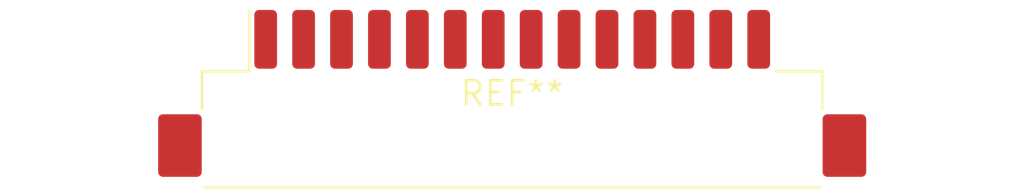
<source format=kicad_pcb>
(kicad_pcb (version 20240108) (generator pcbnew)
  (layers (0 "F.Cu" signal) (31 "B.Cu" signal) (34 "B.Paste" user) (35 "F.Paste" user) (36 "B.SilkS" user "B.Silkscreen") (37 "F.SilkS" user "F.Silkscreen") (38 "B.Mask" user) (39 "F.Mask" user) (44 "Edge.Cuts" user))
  (net 0 "")
  (footprint "Hirose_DF3EA-14P-2H_1x14-1MP_P2.00mm_Horizontal" (layer "F.Cu") (at 0 0)
    (property "Reference" "REF**")
    (property "Value" "Hirose_DF3EA-14P-2H_1x14-1MP_P2.00mm_Horizontal")
    (fp_line (start -16.36 -1.16) (end -13.86 -1.16) (layer "F.SilkS") (stroke (width 0.12)))
    (fp_line (start -16.36 0.84) (end -16.36 -1.16) (layer "F.SilkS") (stroke (width 0.12)))
    (fp_line (start -16.25 4.96) (end 16.25 4.96) (layer "F.SilkS") (stroke (width 0.12)))
    (fp_line (start -13.86 -1.16) (end -13.86 -4.4) (layer "F.SilkS") (stroke (width 0.12)))
    (fp_line (start 16.36 -1.16) (end 13.86 -1.16) (layer "F.SilkS") (stroke (width 0.12)))
    (fp_line (start 16.36 0.84) (end 16.36 -1.16) (layer "F.SilkS") (stroke (width 0.12)))
    (pad "1" smd roundrect (at -13 -2.85) (size 1.2 3.1) (layers "F.Cu" "F.Paste" "F.Mask") (roundrect_rratio 0.208333))
    (pad "2" smd roundrect (at -11 -2.85) (size 1.2 3.1) (layers "F.Cu" "F.Paste" "F.Mask") (roundrect_rratio 0.208333))
    (pad "3" smd roundrect (at -9 -2.85) (size 1.2 3.1) (layers "F.Cu" "F.Paste" "F.Mask") (roundrect_rratio 0.208333))
    (pad "4" smd roundrect (at -7 -2.85) (size 1.2 3.1) (layers "F.Cu" "F.Paste" "F.Mask") (roundrect_rratio 0.208333))
    (pad "5" smd roundrect (at -5 -2.85) (size 1.2 3.1) (layers "F.Cu" "F.Paste" "F.Mask") (roundrect_rratio 0.208333))
    (pad "6" smd roundrect (at -3 -2.85) (size 1.2 3.1) (layers "F.Cu" "F.Paste" "F.Mask") (roundrect_rratio 0.208333))
    (pad "7" smd roundrect (at -1 -2.85) (size 1.2 3.1) (layers "F.Cu" "F.Paste" "F.Mask") (roundrect_rratio 0.208333))
    (pad "8" smd roundrect (at 1 -2.85) (size 1.2 3.1) (layers "F.Cu" "F.Paste" "F.Mask") (roundrect_rratio 0.208333))
    (pad "9" smd roundrect (at 3 -2.85) (size 1.2 3.1) (layers "F.Cu" "F.Paste" "F.Mask") (roundrect_rratio 0.208333))
    (pad "10" smd roundrect (at 5 -2.85) (size 1.2 3.1) (layers "F.Cu" "F.Paste" "F.Mask") (roundrect_rratio 0.208333))
    (pad "11" smd roundrect (at 7 -2.85) (size 1.2 3.1) (layers "F.Cu" "F.Paste" "F.Mask") (roundrect_rratio 0.208333))
    (pad "12" smd roundrect (at 9 -2.85) (size 1.2 3.1) (layers "F.Cu" "F.Paste" "F.Mask") (roundrect_rratio 0.208333))
    (pad "13" smd roundrect (at 11 -2.85) (size 1.2 3.1) (layers "F.Cu" "F.Paste" "F.Mask") (roundrect_rratio 0.208333))
    (pad "14" smd roundrect (at 13 -2.85) (size 1.2 3.1) (layers "F.Cu" "F.Paste" "F.Mask") (roundrect_rratio 0.208333))
    (pad "MP" smd roundrect (at -17.52 2.75) (size 2.3 3.3) (layers "F.Cu" "F.Paste" "F.Mask") (roundrect_rratio 0.108696))
    (pad "MP" smd roundrect (at 17.52 2.75) (size 2.3 3.3) (layers "F.Cu" "F.Paste" "F.Mask") (roundrect_rratio 0.108696))
  )
)
</source>
